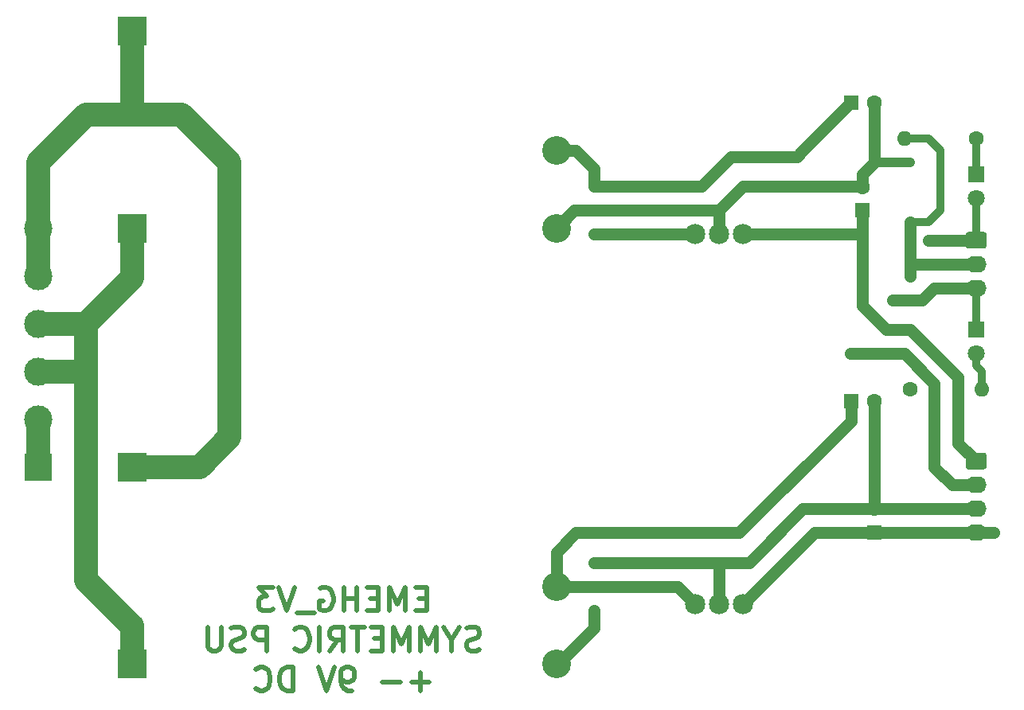
<source format=gbr>
G04 #@! TF.GenerationSoftware,KiCad,Pcbnew,(5.1.2)-1*
G04 #@! TF.CreationDate,2020-09-23T15:34:57+02:00*
G04 #@! TF.ProjectId,PSU_220vac_9vdc,5053555f-3232-4307-9661-635f39766463,rev?*
G04 #@! TF.SameCoordinates,Original*
G04 #@! TF.FileFunction,Copper,L2,Bot*
G04 #@! TF.FilePolarity,Positive*
%FSLAX46Y46*%
G04 Gerber Fmt 4.6, Leading zero omitted, Abs format (unit mm)*
G04 Created by KiCad (PCBNEW (5.1.2)-1) date 2020-09-23 15:34:57*
%MOMM*%
%LPD*%
G04 APERTURE LIST*
%ADD10C,0.500000*%
%ADD11C,2.159000*%
%ADD12R,1.600000X1.600000*%
%ADD13C,1.600000*%
%ADD14O,2.200000X1.740000*%
%ADD15C,0.100000*%
%ADD16C,1.740000*%
%ADD17C,3.048000*%
%ADD18R,3.048000X3.048000*%
%ADD19R,1.800000X1.800000*%
%ADD20C,1.800000*%
%ADD21O,1.600000X1.600000*%
%ADD22C,3.000000*%
%ADD23R,3.000000X3.000000*%
%ADD24C,0.800000*%
%ADD25C,1.270000*%
%ADD26C,1.016000*%
%ADD27C,2.540000*%
%ADD28C,0.812800*%
G04 APERTURE END LIST*
D10*
X68559047Y-111141428D02*
X67725714Y-111141428D01*
X67368571Y-112450952D02*
X68559047Y-112450952D01*
X68559047Y-109950952D01*
X67368571Y-109950952D01*
X66297142Y-112450952D02*
X66297142Y-109950952D01*
X65463809Y-111736666D01*
X64630476Y-109950952D01*
X64630476Y-112450952D01*
X63440000Y-111141428D02*
X62606666Y-111141428D01*
X62249523Y-112450952D02*
X63440000Y-112450952D01*
X63440000Y-109950952D01*
X62249523Y-109950952D01*
X61178095Y-112450952D02*
X61178095Y-109950952D01*
X61178095Y-111141428D02*
X59749523Y-111141428D01*
X59749523Y-112450952D02*
X59749523Y-109950952D01*
X57249523Y-110070000D02*
X57487619Y-109950952D01*
X57844761Y-109950952D01*
X58201904Y-110070000D01*
X58440000Y-110308095D01*
X58559047Y-110546190D01*
X58678095Y-111022380D01*
X58678095Y-111379523D01*
X58559047Y-111855714D01*
X58440000Y-112093809D01*
X58201904Y-112331904D01*
X57844761Y-112450952D01*
X57606666Y-112450952D01*
X57249523Y-112331904D01*
X57130476Y-112212857D01*
X57130476Y-111379523D01*
X57606666Y-111379523D01*
X56654285Y-112689047D02*
X54749523Y-112689047D01*
X54511428Y-109950952D02*
X53678095Y-112450952D01*
X52844761Y-109950952D01*
X52249523Y-109950952D02*
X50701904Y-109950952D01*
X51535238Y-110903333D01*
X51178095Y-110903333D01*
X50940000Y-111022380D01*
X50820952Y-111141428D01*
X50701904Y-111379523D01*
X50701904Y-111974761D01*
X50820952Y-112212857D01*
X50940000Y-112331904D01*
X51178095Y-112450952D01*
X51892380Y-112450952D01*
X52130476Y-112331904D01*
X52249523Y-112212857D01*
X74213809Y-116581904D02*
X73856666Y-116700952D01*
X73261428Y-116700952D01*
X73023333Y-116581904D01*
X72904285Y-116462857D01*
X72785238Y-116224761D01*
X72785238Y-115986666D01*
X72904285Y-115748571D01*
X73023333Y-115629523D01*
X73261428Y-115510476D01*
X73737619Y-115391428D01*
X73975714Y-115272380D01*
X74094761Y-115153333D01*
X74213809Y-114915238D01*
X74213809Y-114677142D01*
X74094761Y-114439047D01*
X73975714Y-114320000D01*
X73737619Y-114200952D01*
X73142380Y-114200952D01*
X72785238Y-114320000D01*
X71237619Y-115510476D02*
X71237619Y-116700952D01*
X72070952Y-114200952D02*
X71237619Y-115510476D01*
X70404285Y-114200952D01*
X69570952Y-116700952D02*
X69570952Y-114200952D01*
X68737619Y-115986666D01*
X67904285Y-114200952D01*
X67904285Y-116700952D01*
X66713809Y-116700952D02*
X66713809Y-114200952D01*
X65880476Y-115986666D01*
X65047142Y-114200952D01*
X65047142Y-116700952D01*
X63856666Y-115391428D02*
X63023333Y-115391428D01*
X62666190Y-116700952D02*
X63856666Y-116700952D01*
X63856666Y-114200952D01*
X62666190Y-114200952D01*
X61951904Y-114200952D02*
X60523333Y-114200952D01*
X61237619Y-116700952D02*
X61237619Y-114200952D01*
X58261428Y-116700952D02*
X59094761Y-115510476D01*
X59690000Y-116700952D02*
X59690000Y-114200952D01*
X58737619Y-114200952D01*
X58499523Y-114320000D01*
X58380476Y-114439047D01*
X58261428Y-114677142D01*
X58261428Y-115034285D01*
X58380476Y-115272380D01*
X58499523Y-115391428D01*
X58737619Y-115510476D01*
X59690000Y-115510476D01*
X57190000Y-116700952D02*
X57190000Y-114200952D01*
X54570952Y-116462857D02*
X54690000Y-116581904D01*
X55047142Y-116700952D01*
X55285238Y-116700952D01*
X55642380Y-116581904D01*
X55880476Y-116343809D01*
X55999523Y-116105714D01*
X56118571Y-115629523D01*
X56118571Y-115272380D01*
X55999523Y-114796190D01*
X55880476Y-114558095D01*
X55642380Y-114320000D01*
X55285238Y-114200952D01*
X55047142Y-114200952D01*
X54690000Y-114320000D01*
X54570952Y-114439047D01*
X51594761Y-116700952D02*
X51594761Y-114200952D01*
X50642380Y-114200952D01*
X50404285Y-114320000D01*
X50285238Y-114439047D01*
X50166190Y-114677142D01*
X50166190Y-115034285D01*
X50285238Y-115272380D01*
X50404285Y-115391428D01*
X50642380Y-115510476D01*
X51594761Y-115510476D01*
X49213809Y-116581904D02*
X48856666Y-116700952D01*
X48261428Y-116700952D01*
X48023333Y-116581904D01*
X47904285Y-116462857D01*
X47785238Y-116224761D01*
X47785238Y-115986666D01*
X47904285Y-115748571D01*
X48023333Y-115629523D01*
X48261428Y-115510476D01*
X48737619Y-115391428D01*
X48975714Y-115272380D01*
X49094761Y-115153333D01*
X49213809Y-114915238D01*
X49213809Y-114677142D01*
X49094761Y-114439047D01*
X48975714Y-114320000D01*
X48737619Y-114200952D01*
X48142380Y-114200952D01*
X47785238Y-114320000D01*
X46713809Y-114200952D02*
X46713809Y-116224761D01*
X46594761Y-116462857D01*
X46475714Y-116581904D01*
X46237619Y-116700952D01*
X45761428Y-116700952D01*
X45523333Y-116581904D01*
X45404285Y-116462857D01*
X45285238Y-116224761D01*
X45285238Y-114200952D01*
X68856666Y-119998571D02*
X66951904Y-119998571D01*
X67904285Y-120950952D02*
X67904285Y-119046190D01*
X65761428Y-119998571D02*
X63856666Y-119998571D01*
X60642380Y-120950952D02*
X60166190Y-120950952D01*
X59928095Y-120831904D01*
X59809047Y-120712857D01*
X59570952Y-120355714D01*
X59451904Y-119879523D01*
X59451904Y-118927142D01*
X59570952Y-118689047D01*
X59690000Y-118570000D01*
X59928095Y-118450952D01*
X60404285Y-118450952D01*
X60642380Y-118570000D01*
X60761428Y-118689047D01*
X60880476Y-118927142D01*
X60880476Y-119522380D01*
X60761428Y-119760476D01*
X60642380Y-119879523D01*
X60404285Y-119998571D01*
X59928095Y-119998571D01*
X59690000Y-119879523D01*
X59570952Y-119760476D01*
X59451904Y-119522380D01*
X58737619Y-118450952D02*
X57904285Y-120950952D01*
X57070952Y-118450952D01*
X54332857Y-120950952D02*
X54332857Y-118450952D01*
X53737619Y-118450952D01*
X53380476Y-118570000D01*
X53142380Y-118808095D01*
X53023333Y-119046190D01*
X52904285Y-119522380D01*
X52904285Y-119879523D01*
X53023333Y-120355714D01*
X53142380Y-120593809D01*
X53380476Y-120831904D01*
X53737619Y-120950952D01*
X54332857Y-120950952D01*
X50404285Y-120712857D02*
X50523333Y-120831904D01*
X50880476Y-120950952D01*
X51118571Y-120950952D01*
X51475714Y-120831904D01*
X51713809Y-120593809D01*
X51832857Y-120355714D01*
X51951904Y-119879523D01*
X51951904Y-119522380D01*
X51832857Y-119046190D01*
X51713809Y-118808095D01*
X51475714Y-118570000D01*
X51118571Y-118450952D01*
X50880476Y-118450952D01*
X50523333Y-118570000D01*
X50404285Y-118689047D01*
D11*
X102235000Y-72390000D03*
X97155000Y-72390000D03*
X99695000Y-72390000D03*
X102235000Y-111760000D03*
X97155000Y-111760000D03*
X99695000Y-111760000D03*
D12*
X113705000Y-58420000D03*
D13*
X116205000Y-58420000D03*
D12*
X113705000Y-90170000D03*
D13*
X116205000Y-90170000D03*
D12*
X114935000Y-69850000D03*
D13*
X114935000Y-67350000D03*
D12*
X116205000Y-104100000D03*
D13*
X116205000Y-101600000D03*
D14*
X127000000Y-104140000D03*
X127000000Y-101600000D03*
X127000000Y-99060000D03*
D15*
G36*
X127874505Y-95651204D02*
G01*
X127898773Y-95654804D01*
X127922572Y-95660765D01*
X127945671Y-95669030D01*
X127967850Y-95679520D01*
X127988893Y-95692132D01*
X128008599Y-95706747D01*
X128026777Y-95723223D01*
X128043253Y-95741401D01*
X128057868Y-95761107D01*
X128070480Y-95782150D01*
X128080970Y-95804329D01*
X128089235Y-95827428D01*
X128095196Y-95851227D01*
X128098796Y-95875495D01*
X128100000Y-95899999D01*
X128100000Y-97140001D01*
X128098796Y-97164505D01*
X128095196Y-97188773D01*
X128089235Y-97212572D01*
X128080970Y-97235671D01*
X128070480Y-97257850D01*
X128057868Y-97278893D01*
X128043253Y-97298599D01*
X128026777Y-97316777D01*
X128008599Y-97333253D01*
X127988893Y-97347868D01*
X127967850Y-97360480D01*
X127945671Y-97370970D01*
X127922572Y-97379235D01*
X127898773Y-97385196D01*
X127874505Y-97388796D01*
X127850001Y-97390000D01*
X126149999Y-97390000D01*
X126125495Y-97388796D01*
X126101227Y-97385196D01*
X126077428Y-97379235D01*
X126054329Y-97370970D01*
X126032150Y-97360480D01*
X126011107Y-97347868D01*
X125991401Y-97333253D01*
X125973223Y-97316777D01*
X125956747Y-97298599D01*
X125942132Y-97278893D01*
X125929520Y-97257850D01*
X125919030Y-97235671D01*
X125910765Y-97212572D01*
X125904804Y-97188773D01*
X125901204Y-97164505D01*
X125900000Y-97140001D01*
X125900000Y-95899999D01*
X125901204Y-95875495D01*
X125904804Y-95851227D01*
X125910765Y-95827428D01*
X125919030Y-95804329D01*
X125929520Y-95782150D01*
X125942132Y-95761107D01*
X125956747Y-95741401D01*
X125973223Y-95723223D01*
X125991401Y-95706747D01*
X126011107Y-95692132D01*
X126032150Y-95679520D01*
X126054329Y-95669030D01*
X126077428Y-95660765D01*
X126101227Y-95654804D01*
X126125495Y-95651204D01*
X126149999Y-95650000D01*
X127850001Y-95650000D01*
X127874505Y-95651204D01*
X127874505Y-95651204D01*
G37*
D16*
X127000000Y-96520000D03*
D14*
X127000000Y-78105000D03*
X127000000Y-75565000D03*
D15*
G36*
X127874505Y-72156204D02*
G01*
X127898773Y-72159804D01*
X127922572Y-72165765D01*
X127945671Y-72174030D01*
X127967850Y-72184520D01*
X127988893Y-72197132D01*
X128008599Y-72211747D01*
X128026777Y-72228223D01*
X128043253Y-72246401D01*
X128057868Y-72266107D01*
X128070480Y-72287150D01*
X128080970Y-72309329D01*
X128089235Y-72332428D01*
X128095196Y-72356227D01*
X128098796Y-72380495D01*
X128100000Y-72404999D01*
X128100000Y-73645001D01*
X128098796Y-73669505D01*
X128095196Y-73693773D01*
X128089235Y-73717572D01*
X128080970Y-73740671D01*
X128070480Y-73762850D01*
X128057868Y-73783893D01*
X128043253Y-73803599D01*
X128026777Y-73821777D01*
X128008599Y-73838253D01*
X127988893Y-73852868D01*
X127967850Y-73865480D01*
X127945671Y-73875970D01*
X127922572Y-73884235D01*
X127898773Y-73890196D01*
X127874505Y-73893796D01*
X127850001Y-73895000D01*
X126149999Y-73895000D01*
X126125495Y-73893796D01*
X126101227Y-73890196D01*
X126077428Y-73884235D01*
X126054329Y-73875970D01*
X126032150Y-73865480D01*
X126011107Y-73852868D01*
X125991401Y-73838253D01*
X125973223Y-73821777D01*
X125956747Y-73803599D01*
X125942132Y-73783893D01*
X125929520Y-73762850D01*
X125919030Y-73740671D01*
X125910765Y-73717572D01*
X125904804Y-73693773D01*
X125901204Y-73669505D01*
X125900000Y-73645001D01*
X125900000Y-72404999D01*
X125901204Y-72380495D01*
X125904804Y-72356227D01*
X125910765Y-72332428D01*
X125919030Y-72309329D01*
X125929520Y-72287150D01*
X125942132Y-72266107D01*
X125956747Y-72246401D01*
X125973223Y-72228223D01*
X125991401Y-72211747D01*
X126011107Y-72197132D01*
X126032150Y-72184520D01*
X126054329Y-72174030D01*
X126077428Y-72165765D01*
X126101227Y-72159804D01*
X126125495Y-72156204D01*
X126149999Y-72155000D01*
X127850001Y-72155000D01*
X127874505Y-72156204D01*
X127874505Y-72156204D01*
G37*
D16*
X127000000Y-73025000D03*
D17*
X82359501Y-63500000D03*
X82359501Y-71755000D03*
D18*
X37274501Y-50800000D03*
X37274501Y-71755000D03*
D17*
X82359501Y-109855000D03*
X82359501Y-118110000D03*
D18*
X37274501Y-97155000D03*
X37274501Y-118110000D03*
D19*
X127000000Y-82550000D03*
D20*
X127000000Y-85090000D03*
D19*
X127000000Y-66040000D03*
D20*
X127000000Y-68580000D03*
D13*
X127000000Y-62230000D03*
D21*
X119380000Y-62230000D03*
D13*
X120015000Y-88900000D03*
D21*
X127635000Y-88900000D03*
D22*
X27305000Y-71755000D03*
X27305000Y-76835000D03*
X27305000Y-81915000D03*
D23*
X27305000Y-97155000D03*
D22*
X27305000Y-86995000D03*
X27305000Y-92075000D03*
D24*
X120015000Y-64770000D03*
X111125000Y-67310000D03*
X113665000Y-85090000D03*
X86360000Y-72390000D03*
X86360000Y-67310000D03*
X86360000Y-107314974D03*
X86360000Y-112395000D03*
X114935000Y-74295000D03*
X120015006Y-104140000D03*
X118110000Y-79375000D03*
X120015000Y-71120000D03*
X120015000Y-76835000D03*
X121920000Y-73025000D03*
D25*
X116205000Y-58420000D02*
X116205000Y-63500000D01*
D26*
X120015000Y-64770000D02*
X116205000Y-64770000D01*
D25*
X114935000Y-66040000D02*
X114935000Y-67350000D01*
X116205000Y-63500000D02*
X116205000Y-64770000D01*
X116205000Y-64770000D02*
X114935000Y-66040000D01*
X99695000Y-69977001D02*
X99695000Y-72390000D01*
X114935000Y-67350000D02*
X114895000Y-67310000D01*
X124460000Y-99060000D02*
X127000000Y-99060000D01*
X122555000Y-97155000D02*
X124460000Y-99060000D01*
X122555000Y-88265000D02*
X122555000Y-97155000D01*
X113665000Y-85090000D02*
X119380000Y-85090000D01*
X119380000Y-85090000D02*
X122555000Y-88265000D01*
X113665000Y-85090000D02*
X113855499Y-85090000D01*
X114895000Y-67310000D02*
X111125000Y-67310000D01*
X102235000Y-67310000D02*
X99695000Y-69850000D01*
X113030000Y-67310000D02*
X102235000Y-67310000D01*
X84264501Y-69850000D02*
X82359501Y-71755000D01*
X99695000Y-69850000D02*
X84264501Y-69850000D01*
X97155000Y-72390000D02*
X86360000Y-72390000D01*
X113665000Y-58420000D02*
X108585000Y-63500000D01*
X86360000Y-67310000D02*
X97790000Y-67310000D01*
X97790000Y-67310000D02*
X100965000Y-64135000D01*
X107950000Y-64135000D02*
X108585000Y-63500000D01*
X100965000Y-64135000D02*
X107950000Y-64135000D01*
X82359501Y-63500000D02*
X84455000Y-63500000D01*
X84455000Y-63500000D02*
X86360000Y-65405000D01*
X86360000Y-65405000D02*
X86360000Y-67310000D01*
X116205000Y-90170000D02*
X116205000Y-101640000D01*
X116205000Y-101600000D02*
X127000000Y-101600000D01*
X86360000Y-114300000D02*
X86360000Y-112395000D01*
X82550000Y-118110000D02*
X86360000Y-114300000D01*
X86360000Y-107314974D02*
X99694974Y-107314974D01*
X99694974Y-107314974D02*
X99695000Y-107315000D01*
X99695000Y-107315000D02*
X99695000Y-111760000D01*
X102870026Y-107314974D02*
X108585000Y-101600000D01*
X99694974Y-107314974D02*
X102870026Y-107314974D01*
X108585000Y-101600000D02*
X118110000Y-101600000D01*
X95250000Y-109855000D02*
X97155000Y-111760000D01*
X82359501Y-109855000D02*
X87630000Y-109855000D01*
X87630000Y-109855000D02*
X95250000Y-109855000D01*
X113705000Y-92240000D02*
X101805000Y-104140000D01*
X113705000Y-90170000D02*
X113705000Y-92240000D01*
X84455000Y-104140000D02*
X82359501Y-106235499D01*
X101805000Y-104140000D02*
X84455000Y-104140000D01*
X82359501Y-109855000D02*
X82359501Y-106235499D01*
X114935000Y-69850000D02*
X114935000Y-72390000D01*
X125095000Y-94615000D02*
X127000000Y-96520000D01*
X125095000Y-87630000D02*
X125095000Y-94615000D01*
X120015000Y-82550000D02*
X125095000Y-87630000D01*
X117475000Y-82550000D02*
X120015000Y-82550000D01*
X114935000Y-72390000D02*
X114935000Y-80010000D01*
X114935000Y-80010000D02*
X117475000Y-82550000D01*
X102235000Y-72390000D02*
X114935000Y-72390000D01*
X102235000Y-111760000D02*
X109855000Y-104140000D01*
X128904994Y-104140000D02*
X109855000Y-104140000D01*
D27*
X27305000Y-97155000D02*
X27305000Y-92075000D01*
X27305000Y-81915000D02*
X32385000Y-81915000D01*
X37274501Y-114046000D02*
X37274501Y-118110000D01*
X37211000Y-114046000D02*
X37274501Y-114046000D01*
X32385000Y-109220000D02*
X37211000Y-114046000D01*
X31750000Y-86995000D02*
X32385000Y-86360000D01*
X27305000Y-86995000D02*
X31750000Y-86995000D01*
X32385000Y-81915000D02*
X32385000Y-86360000D01*
X32385000Y-86360000D02*
X32385000Y-109220000D01*
X37274501Y-77025499D02*
X32385000Y-81915000D01*
X37274501Y-71755000D02*
X37274501Y-77025499D01*
D25*
X121285000Y-79375000D02*
X118110000Y-79375000D01*
X122555000Y-78105000D02*
X121285000Y-79375000D01*
X122555000Y-78105000D02*
X127000000Y-78105000D01*
D28*
X127000000Y-78105000D02*
X127000000Y-82550000D01*
D25*
X120015000Y-71120000D02*
X120015000Y-76835000D01*
D28*
X119380000Y-62230000D02*
X121920000Y-62230000D01*
X121920000Y-62230000D02*
X123190000Y-63500000D01*
X123190000Y-63500000D02*
X123190000Y-69850000D01*
X121920000Y-71120000D02*
X120015000Y-71120000D01*
X123190000Y-69850000D02*
X121920000Y-71120000D01*
D25*
X120015000Y-75565000D02*
X120015000Y-76835000D01*
X127000000Y-75565000D02*
X120015000Y-75565000D01*
X127000000Y-73025000D02*
X121920000Y-73025000D01*
D28*
X127000000Y-68580000D02*
X127000000Y-73025000D01*
X127635000Y-86997792D02*
X127635000Y-88900000D01*
X127000000Y-85090000D02*
X127000000Y-86362792D01*
X127000000Y-86362792D02*
X127635000Y-86997792D01*
X127000000Y-66040000D02*
X127000000Y-62230000D01*
D27*
X37274501Y-50800000D02*
X37274501Y-59690000D01*
X37274501Y-97155000D02*
X41275000Y-97155000D01*
X42545000Y-59690000D02*
X37274501Y-59690000D01*
X47625000Y-93980000D02*
X47625000Y-64770000D01*
X47625000Y-64770000D02*
X42545000Y-59690000D01*
X47625000Y-93980000D02*
X44450000Y-97155000D01*
X44450000Y-97155000D02*
X41275000Y-97155000D01*
X27305000Y-64770000D02*
X27305000Y-76835000D01*
X37274501Y-59690000D02*
X32385000Y-59690000D01*
X32385000Y-59690000D02*
X27305000Y-64770000D01*
M02*

</source>
